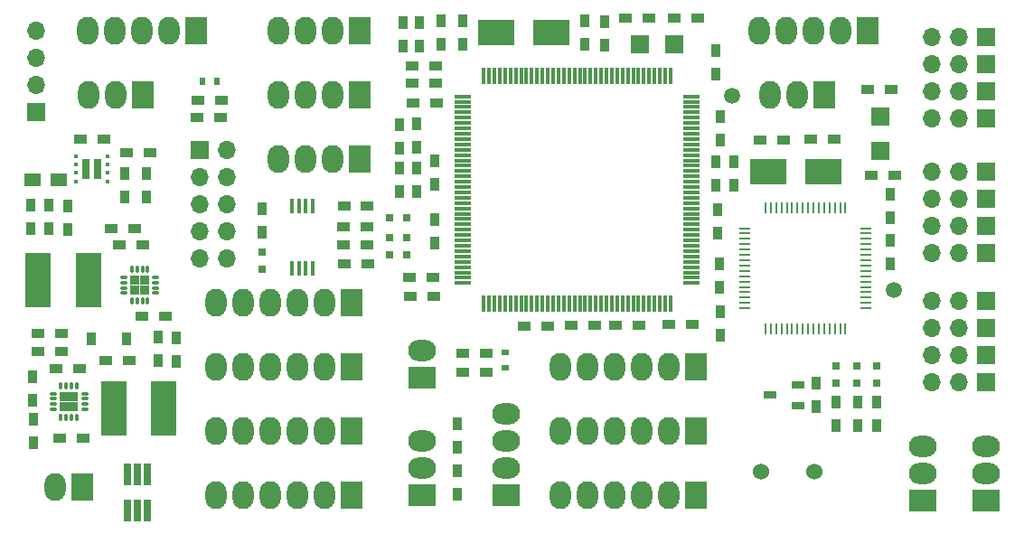
<source format=gts>
G04 #@! TF.FileFunction,Soldermask,Top*
%FSLAX46Y46*%
G04 Gerber Fmt 4.6, Leading zero omitted, Abs format (unit mm)*
G04 Created by KiCad (PCBNEW 4.0.7) date 02/08/18 09:42:23*
%MOMM*%
%LPD*%
G01*
G04 APERTURE LIST*
%ADD10C,0.100000*%
%ADD11R,0.450000X0.400000*%
%ADD12R,0.800000X1.900000*%
%ADD13R,0.900000X1.200000*%
%ADD14R,1.700000X1.700000*%
%ADD15O,1.700000X1.700000*%
%ADD16R,3.500000X2.400000*%
%ADD17R,1.750000X1.800000*%
%ADD18R,1.200000X0.900000*%
%ADD19R,1.800000X1.750000*%
%ADD20R,0.450000X1.450000*%
%ADD21R,0.250000X1.000000*%
%ADD22R,1.000000X0.250000*%
%ADD23O,0.300000X0.750000*%
%ADD24O,0.750000X0.300000*%
%ADD25R,0.900000X0.900000*%
%ADD26C,1.500000*%
%ADD27R,2.000000X2.600000*%
%ADD28O,2.000000X2.600000*%
%ADD29R,2.600000X2.000000*%
%ADD30O,2.600000X2.000000*%
%ADD31R,0.700000X0.600000*%
%ADD32R,0.600000X0.700000*%
%ADD33R,0.800000X0.800000*%
%ADD34R,0.300000X1.550000*%
%ADD35R,1.550000X0.300000*%
%ADD36C,1.524000*%
%ADD37R,2.350000X5.100000*%
%ADD38R,0.650000X2.000000*%
%ADD39R,1.220000X0.650000*%
%ADD40R,1.500000X1.250000*%
G04 APERTURE END LIST*
D10*
D11*
X61663000Y-114710000D03*
X61663000Y-115510000D03*
X61663000Y-116310000D03*
X61663000Y-117110000D03*
X58713000Y-117110000D03*
X58713000Y-116310000D03*
X58713000Y-115510000D03*
X58713000Y-114710000D03*
D12*
X59638000Y-115910000D03*
X60738000Y-115910000D03*
D13*
X57902000Y-119382000D03*
X57902000Y-121582000D03*
D14*
X143974000Y-103584000D03*
D15*
X141434000Y-103584000D03*
X138894000Y-103584000D03*
D14*
X143974000Y-108664000D03*
D15*
X141434000Y-108664000D03*
X138894000Y-108664000D03*
D14*
X143974000Y-111204000D03*
D15*
X141434000Y-111204000D03*
X138894000Y-111204000D03*
D14*
X143974000Y-116230000D03*
D15*
X141434000Y-116230000D03*
X138894000Y-116230000D03*
D14*
X143974000Y-118770000D03*
D15*
X141434000Y-118770000D03*
X138894000Y-118770000D03*
D14*
X143974000Y-121310000D03*
D15*
X141434000Y-121310000D03*
X138894000Y-121310000D03*
D14*
X143974000Y-123850000D03*
D15*
X141434000Y-123850000D03*
X138894000Y-123850000D03*
D14*
X143974000Y-128300000D03*
D15*
X141434000Y-128300000D03*
X138894000Y-128300000D03*
D14*
X143974000Y-130840000D03*
D15*
X141434000Y-130840000D03*
X138894000Y-130840000D03*
D14*
X143974000Y-133380000D03*
D15*
X141434000Y-133380000D03*
X138894000Y-133380000D03*
D14*
X143974000Y-135920000D03*
D15*
X141434000Y-135920000D03*
X138894000Y-135920000D03*
D14*
X143974000Y-106124000D03*
D15*
X141434000Y-106124000D03*
X138894000Y-106124000D03*
D16*
X103225000Y-103124000D03*
X98025000Y-103124000D03*
D17*
X111537000Y-104262000D03*
X114787000Y-104262000D03*
D13*
X106403000Y-102044000D03*
X106403000Y-104244000D03*
X94949000Y-102010000D03*
X94949000Y-104210000D03*
D18*
X114785000Y-101757000D03*
X116985000Y-101757000D03*
X112413000Y-101803000D03*
X110213000Y-101803000D03*
D16*
X128713000Y-116147000D03*
X123513000Y-116147000D03*
D19*
X134071000Y-114259000D03*
X134071000Y-111009000D03*
D20*
X78928000Y-125281000D03*
X79578000Y-125281000D03*
X80228000Y-125281000D03*
X80878000Y-125281000D03*
X80878000Y-119381000D03*
X80228000Y-119381000D03*
X79578000Y-119381000D03*
X78928000Y-119381000D03*
D21*
X130788000Y-119535000D03*
X130288000Y-119535000D03*
X129788000Y-119535000D03*
X129288000Y-119535000D03*
X128788000Y-119535000D03*
X128288000Y-119535000D03*
X127788000Y-119535000D03*
X127288000Y-119535000D03*
X126788000Y-119535000D03*
X126288000Y-119535000D03*
X125788000Y-119535000D03*
X125288000Y-119535000D03*
X124788000Y-119535000D03*
X124288000Y-119535000D03*
X123788000Y-119535000D03*
X123288000Y-119535000D03*
D22*
X121338000Y-121485000D03*
X121338000Y-121985000D03*
X121338000Y-122485000D03*
X121338000Y-122985000D03*
X121338000Y-123485000D03*
X121338000Y-123985000D03*
X121338000Y-124485000D03*
X121338000Y-124985000D03*
X121338000Y-125485000D03*
X121338000Y-125985000D03*
X121338000Y-126485000D03*
X121338000Y-126985000D03*
X121338000Y-127485000D03*
X121338000Y-127985000D03*
X121338000Y-128485000D03*
X121338000Y-128985000D03*
D21*
X123288000Y-130935000D03*
X123788000Y-130935000D03*
X124288000Y-130935000D03*
X124788000Y-130935000D03*
X125288000Y-130935000D03*
X125788000Y-130935000D03*
X126288000Y-130935000D03*
X126788000Y-130935000D03*
X127288000Y-130935000D03*
X127788000Y-130935000D03*
X128288000Y-130935000D03*
X128788000Y-130935000D03*
X129288000Y-130935000D03*
X129788000Y-130935000D03*
X130288000Y-130935000D03*
X130788000Y-130935000D03*
D22*
X132738000Y-128985000D03*
X132738000Y-128485000D03*
X132738000Y-127985000D03*
X132738000Y-127485000D03*
X132738000Y-126985000D03*
X132738000Y-126485000D03*
X132738000Y-125985000D03*
X132738000Y-125485000D03*
X132738000Y-124985000D03*
X132738000Y-124485000D03*
X132738000Y-123985000D03*
X132738000Y-123485000D03*
X132738000Y-122985000D03*
X132738000Y-122485000D03*
X132738000Y-121985000D03*
X132738000Y-121485000D03*
D23*
X63923000Y-128295000D03*
X64423000Y-128295000D03*
X64923000Y-128295000D03*
X65423000Y-128295000D03*
D24*
X66148000Y-127570000D03*
X66148000Y-127070000D03*
X66148000Y-126570000D03*
X66148000Y-126070000D03*
D23*
X65423000Y-125345000D03*
X64923000Y-125345000D03*
X64423000Y-125345000D03*
X63923000Y-125345000D03*
D24*
X63198000Y-126070000D03*
X63198000Y-126570000D03*
X63198000Y-127070000D03*
X63198000Y-127570000D03*
D25*
X65123000Y-126370000D03*
X64223000Y-126370000D03*
X65123000Y-127270000D03*
X64223000Y-127270000D03*
D26*
X135362000Y-127300000D03*
X120137000Y-109057000D03*
D13*
X94407000Y-142040000D03*
X94407000Y-139840000D03*
D18*
X97173000Y-134965000D03*
X94973000Y-134965000D03*
X72301000Y-109484000D03*
X70101000Y-109484000D03*
D13*
X94450000Y-144252000D03*
X94450000Y-146452000D03*
D18*
X97132000Y-133198000D03*
X94932000Y-133198000D03*
X72261000Y-111110000D03*
X70061000Y-111110000D03*
X86002000Y-119444000D03*
X83802000Y-119444000D03*
D13*
X129925000Y-137809000D03*
X129925000Y-140009000D03*
D18*
X85977000Y-123078000D03*
X83777000Y-123078000D03*
X85956000Y-121392000D03*
X83756000Y-121392000D03*
X86038000Y-124826000D03*
X83838000Y-124826000D03*
D13*
X90909000Y-104402000D03*
X90909000Y-102202000D03*
X90587000Y-113922000D03*
X90587000Y-111722000D03*
X89017000Y-115867000D03*
X89017000Y-118067000D03*
X89309000Y-104402000D03*
X89309000Y-102202000D03*
X89017000Y-113967000D03*
X89017000Y-111767000D03*
X90587000Y-115852000D03*
X90587000Y-118052000D03*
X76119000Y-119641000D03*
X76119000Y-121841000D03*
X68130000Y-131752000D03*
X68130000Y-133952000D03*
X54625000Y-135367000D03*
X54625000Y-137567000D03*
X66383000Y-133891000D03*
X66383000Y-131691000D03*
X54690000Y-141586000D03*
X54690000Y-139386000D03*
X131925000Y-137775000D03*
X131925000Y-139975000D03*
X133742000Y-137786000D03*
X133742000Y-139986000D03*
D27*
X84500000Y-128500000D03*
D28*
X81960000Y-128500000D03*
X79420000Y-128500000D03*
X76880000Y-128500000D03*
X74340000Y-128500000D03*
X71800000Y-128500000D03*
D27*
X84500000Y-134500000D03*
D28*
X81960000Y-134500000D03*
X79420000Y-134500000D03*
X76880000Y-134500000D03*
X74340000Y-134500000D03*
X71800000Y-134500000D03*
D27*
X84500000Y-140500000D03*
D28*
X81960000Y-140500000D03*
X79420000Y-140500000D03*
X76880000Y-140500000D03*
X74340000Y-140500000D03*
X71800000Y-140500000D03*
D27*
X84500000Y-146500000D03*
D28*
X81960000Y-146500000D03*
X79420000Y-146500000D03*
X76880000Y-146500000D03*
X74340000Y-146500000D03*
X71800000Y-146500000D03*
D27*
X116800000Y-140500000D03*
D28*
X114260000Y-140500000D03*
X111720000Y-140500000D03*
X109180000Y-140500000D03*
X106640000Y-140500000D03*
X104100000Y-140500000D03*
D27*
X116800000Y-134500000D03*
D28*
X114260000Y-134500000D03*
X111720000Y-134500000D03*
X109180000Y-134500000D03*
X106640000Y-134500000D03*
X104100000Y-134500000D03*
D27*
X116800000Y-146500000D03*
D28*
X114260000Y-146500000D03*
X111720000Y-146500000D03*
X109180000Y-146500000D03*
X106640000Y-146500000D03*
X104100000Y-146500000D03*
D27*
X85273000Y-103000000D03*
D28*
X82733000Y-103000000D03*
X80193000Y-103000000D03*
X77653000Y-103000000D03*
D27*
X85273000Y-109000000D03*
D28*
X82733000Y-109000000D03*
X80193000Y-109000000D03*
X77653000Y-109000000D03*
D27*
X85273000Y-115000000D03*
D28*
X82733000Y-115000000D03*
X80193000Y-115000000D03*
X77653000Y-115000000D03*
D27*
X70000000Y-103000000D03*
D28*
X67460000Y-103000000D03*
X64920000Y-103000000D03*
X62380000Y-103000000D03*
X59840000Y-103000000D03*
D27*
X132875000Y-103000000D03*
D28*
X130335000Y-103000000D03*
X127795000Y-103000000D03*
X125255000Y-103000000D03*
X122715000Y-103000000D03*
D27*
X65000000Y-109000000D03*
D28*
X62460000Y-109000000D03*
X59920000Y-109000000D03*
D27*
X128829000Y-109000000D03*
D28*
X126289000Y-109000000D03*
X123749000Y-109000000D03*
D29*
X91084000Y-135509000D03*
D30*
X91084000Y-132969000D03*
D29*
X99022000Y-146500000D03*
D30*
X99022000Y-143960000D03*
X99022000Y-141420000D03*
X99022000Y-138880000D03*
D29*
X91084000Y-146500000D03*
D30*
X91084000Y-143960000D03*
X91084000Y-141420000D03*
D29*
X143939000Y-147000000D03*
D30*
X143939000Y-144460000D03*
X143939000Y-141920000D03*
D27*
X59294000Y-145735000D03*
D28*
X56754000Y-145735000D03*
D14*
X55004000Y-110592000D03*
D15*
X55004000Y-108052000D03*
X55004000Y-105512000D03*
X55004000Y-102972000D03*
D18*
X63676000Y-133868000D03*
X61476000Y-133868000D03*
D31*
X98950000Y-133122000D03*
X98950000Y-134522000D03*
D32*
X71942000Y-107737000D03*
X70542000Y-107737000D03*
D33*
X129902000Y-134428000D03*
X129902000Y-136028000D03*
X89691000Y-122347000D03*
X88091000Y-122347000D03*
X89691000Y-120495000D03*
X88091000Y-120495000D03*
X89714000Y-123981000D03*
X88114000Y-123981000D03*
X76139000Y-123741000D03*
X76139000Y-125341000D03*
D13*
X63472000Y-131845000D03*
X60172000Y-131845000D03*
D33*
X131868000Y-134428000D03*
X131868000Y-136028000D03*
X133731000Y-134394000D03*
X133731000Y-135994000D03*
D13*
X92309000Y-122887000D03*
X92309000Y-120687000D03*
X119080000Y-113195000D03*
X119080000Y-110995000D03*
X120366000Y-117473000D03*
X120366000Y-115273000D03*
X134965000Y-120541000D03*
X134965000Y-118341000D03*
X135011000Y-122588000D03*
X135011000Y-124788000D03*
X119043000Y-131471000D03*
X119043000Y-129271000D03*
D18*
X125032000Y-113203000D03*
X122832000Y-113203000D03*
X127505000Y-113142000D03*
X129705000Y-113142000D03*
X135090000Y-108488000D03*
X132890000Y-108488000D03*
X135415000Y-116535000D03*
X133215000Y-116535000D03*
X116421000Y-130531000D03*
X114221000Y-130531000D03*
X89974000Y-126119000D03*
X92174000Y-126119000D03*
D13*
X118826000Y-121984000D03*
X118826000Y-119784000D03*
D18*
X111445000Y-130553000D03*
X109245000Y-130553000D03*
D13*
X118643000Y-107018000D03*
X118643000Y-104818000D03*
D18*
X107273000Y-130576000D03*
X105073000Y-130576000D03*
D13*
X118674000Y-115242000D03*
X118674000Y-117442000D03*
X118998000Y-124847000D03*
X118998000Y-127047000D03*
D18*
X90226000Y-107853000D03*
X92426000Y-107853000D03*
X102863000Y-130658000D03*
X100663000Y-130658000D03*
X92243000Y-127902000D03*
X90043000Y-127902000D03*
X92403000Y-106322000D03*
X90203000Y-106322000D03*
D13*
X92324000Y-117396000D03*
X92324000Y-115196000D03*
D18*
X90264000Y-109774000D03*
X92464000Y-109774000D03*
D13*
X92869000Y-104267000D03*
X92869000Y-102067000D03*
X108250000Y-104366000D03*
X108250000Y-102166000D03*
D18*
X61288000Y-113116000D03*
X59088000Y-113116000D03*
X62009000Y-121498000D03*
X64209000Y-121498000D03*
D13*
X56151000Y-121521000D03*
X56151000Y-119321000D03*
D18*
X57310000Y-131369000D03*
X55110000Y-131369000D03*
D13*
X54475000Y-121549000D03*
X54475000Y-119349000D03*
D18*
X57310000Y-133007000D03*
X55110000Y-133007000D03*
X64937000Y-123010000D03*
X62737000Y-123010000D03*
X57185000Y-141138000D03*
X59385000Y-141138000D03*
X64920000Y-129742000D03*
X67120000Y-129742000D03*
X59024000Y-134645000D03*
X56824000Y-134645000D03*
D29*
X138000000Y-147000000D03*
D30*
X138000000Y-144460000D03*
X138000000Y-141920000D03*
D34*
X114401000Y-107181000D03*
X113901000Y-107181000D03*
X113401000Y-107181000D03*
X112901000Y-107181000D03*
X112401000Y-107181000D03*
X111901000Y-107181000D03*
X111401000Y-107181000D03*
X110901000Y-107181000D03*
X110401000Y-107181000D03*
X109901000Y-107181000D03*
X109401000Y-107181000D03*
X108901000Y-107181000D03*
X108401000Y-107181000D03*
X107901000Y-107181000D03*
X107401000Y-107181000D03*
X106901000Y-107181000D03*
X106401000Y-107181000D03*
X105901000Y-107181000D03*
X105401000Y-107181000D03*
X104901000Y-107181000D03*
X104401000Y-107181000D03*
X103901000Y-107181000D03*
X103401000Y-107181000D03*
X102901000Y-107181000D03*
X102401000Y-107181000D03*
X101901000Y-107181000D03*
X101401000Y-107181000D03*
X100901000Y-107181000D03*
X100401000Y-107181000D03*
X99901000Y-107181000D03*
X99401000Y-107181000D03*
X98901000Y-107181000D03*
X98401000Y-107181000D03*
X97901000Y-107181000D03*
X97401000Y-107181000D03*
X96901000Y-107181000D03*
D35*
X94951000Y-109131000D03*
X94951000Y-109631000D03*
X94951000Y-110131000D03*
X94951000Y-110631000D03*
X94951000Y-111131000D03*
X94951000Y-111631000D03*
X94951000Y-112131000D03*
X94951000Y-112631000D03*
X94951000Y-113131000D03*
X94951000Y-113631000D03*
X94951000Y-114131000D03*
X94951000Y-114631000D03*
X94951000Y-115131000D03*
X94951000Y-115631000D03*
X94951000Y-116131000D03*
X94951000Y-116631000D03*
X94951000Y-117131000D03*
X94951000Y-117631000D03*
X94951000Y-118131000D03*
X94951000Y-118631000D03*
X94951000Y-119131000D03*
X94951000Y-119631000D03*
X94951000Y-120131000D03*
X94951000Y-120631000D03*
X94951000Y-121131000D03*
X94951000Y-121631000D03*
X94951000Y-122131000D03*
X94951000Y-122631000D03*
X94951000Y-123131000D03*
X94951000Y-123631000D03*
X94951000Y-124131000D03*
X94951000Y-124631000D03*
X94951000Y-125131000D03*
X94951000Y-125631000D03*
X94951000Y-126131000D03*
X94951000Y-126631000D03*
D34*
X96901000Y-128581000D03*
X97401000Y-128581000D03*
X97901000Y-128581000D03*
X98401000Y-128581000D03*
X98901000Y-128581000D03*
X99401000Y-128581000D03*
X99901000Y-128581000D03*
X100401000Y-128581000D03*
X100901000Y-128581000D03*
X101401000Y-128581000D03*
X101901000Y-128581000D03*
X102401000Y-128581000D03*
X102901000Y-128581000D03*
X103401000Y-128581000D03*
X103901000Y-128581000D03*
X104401000Y-128581000D03*
X104901000Y-128581000D03*
X105401000Y-128581000D03*
X105901000Y-128581000D03*
X106401000Y-128581000D03*
X106901000Y-128581000D03*
X107401000Y-128581000D03*
X107901000Y-128581000D03*
X108401000Y-128581000D03*
X108901000Y-128581000D03*
X109401000Y-128581000D03*
X109901000Y-128581000D03*
X110401000Y-128581000D03*
X110901000Y-128581000D03*
X111401000Y-128581000D03*
X111901000Y-128581000D03*
X112401000Y-128581000D03*
X112901000Y-128581000D03*
X113401000Y-128581000D03*
X113901000Y-128581000D03*
X114401000Y-128581000D03*
D35*
X116351000Y-126631000D03*
X116351000Y-126131000D03*
X116351000Y-125631000D03*
X116351000Y-125131000D03*
X116351000Y-124631000D03*
X116351000Y-124131000D03*
X116351000Y-123631000D03*
X116351000Y-123131000D03*
X116351000Y-122631000D03*
X116351000Y-122131000D03*
X116351000Y-121631000D03*
X116351000Y-121131000D03*
X116351000Y-120631000D03*
X116351000Y-120131000D03*
X116351000Y-119631000D03*
X116351000Y-119131000D03*
X116351000Y-118631000D03*
X116351000Y-118131000D03*
X116351000Y-117631000D03*
X116351000Y-117131000D03*
X116351000Y-116631000D03*
X116351000Y-116131000D03*
X116351000Y-115631000D03*
X116351000Y-115131000D03*
X116351000Y-114631000D03*
X116351000Y-114131000D03*
X116351000Y-113631000D03*
X116351000Y-113131000D03*
X116351000Y-112631000D03*
X116351000Y-112131000D03*
X116351000Y-111631000D03*
X116351000Y-111131000D03*
X116351000Y-110631000D03*
X116351000Y-110131000D03*
X116351000Y-109631000D03*
X116351000Y-109131000D03*
D14*
X70325000Y-114191000D03*
D15*
X72865000Y-114191000D03*
X70325000Y-116731000D03*
X72865000Y-116731000D03*
X70325000Y-119271000D03*
X72865000Y-119271000D03*
X70325000Y-121811000D03*
X72865000Y-121811000D03*
X70325000Y-124351000D03*
X72865000Y-124351000D03*
D23*
X58781000Y-136249000D03*
X58281000Y-136249000D03*
X57781000Y-136249000D03*
X57281000Y-136249000D03*
D24*
X56556000Y-136974000D03*
X56556000Y-137474000D03*
X56556000Y-137974000D03*
X56556000Y-138474000D03*
D23*
X57281000Y-139199000D03*
X57781000Y-139199000D03*
X58281000Y-139199000D03*
X58781000Y-139199000D03*
D24*
X59506000Y-138474000D03*
X59506000Y-137974000D03*
X59506000Y-137474000D03*
X59506000Y-136974000D03*
D25*
X57581000Y-138174000D03*
X58481000Y-138174000D03*
X57581000Y-137274000D03*
X58481000Y-137274000D03*
D36*
X127902000Y-144323000D03*
X122902000Y-144323000D03*
D37*
X66930000Y-138379000D03*
X62230000Y-138379000D03*
X55168000Y-126345000D03*
X59868000Y-126345000D03*
D38*
X63528000Y-147948000D03*
X64478000Y-147948000D03*
X65428000Y-147948000D03*
X65428000Y-144528000D03*
X64478000Y-144528000D03*
X63528000Y-144528000D03*
D39*
X126369000Y-138080000D03*
X126369000Y-136180000D03*
X123749000Y-137130000D03*
D13*
X128077000Y-138199000D03*
X128077000Y-135999000D03*
D40*
X57120000Y-116926000D03*
X54620000Y-116926000D03*
D13*
X63236000Y-116334000D03*
X63236000Y-118534000D03*
X65268000Y-116334000D03*
X65268000Y-118534000D03*
D18*
X65606000Y-114386000D03*
X63406000Y-114386000D03*
M02*

</source>
